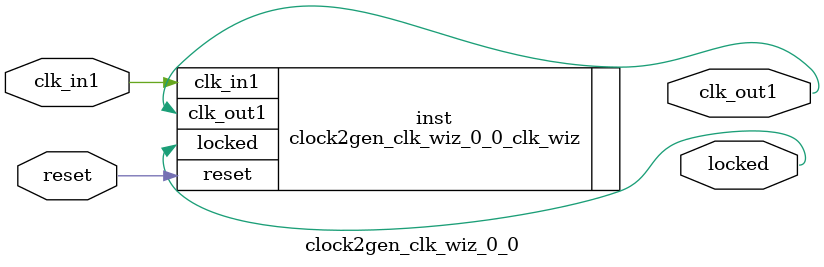
<source format=v>


`timescale 1ps/1ps

(* CORE_GENERATION_INFO = "clock2gen_clk_wiz_0_0,clk_wiz_v6_0_4_0_0,{component_name=clock2gen_clk_wiz_0_0,use_phase_alignment=false,use_min_o_jitter=false,use_max_i_jitter=false,use_dyn_phase_shift=false,use_inclk_switchover=false,use_dyn_reconfig=false,enable_axi=0,feedback_source=FDBK_AUTO,PRIMITIVE=MMCM,num_out_clk=1,clkin1_period=83.333,clkin2_period=10.0,use_power_down=false,use_reset=true,use_locked=true,use_inclk_stopped=false,feedback_type=SINGLE,CLOCK_MGR_TYPE=NA,manual_override=false}" *)

module clock2gen_clk_wiz_0_0 
 (
  // Clock out ports
  output        clk_out1,
  // Status and control signals
  input         reset,
  output        locked,
 // Clock in ports
  input         clk_in1
 );

  clock2gen_clk_wiz_0_0_clk_wiz inst
  (
  // Clock out ports  
  .clk_out1(clk_out1),
  // Status and control signals               
  .reset(reset), 
  .locked(locked),
 // Clock in ports
  .clk_in1(clk_in1)
  );

endmodule

</source>
